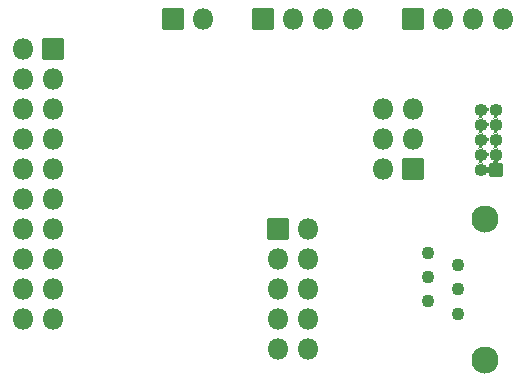
<source format=gbr>
G04 #@! TF.GenerationSoftware,KiCad,Pcbnew,(6.0.1)*
G04 #@! TF.CreationDate,2022-02-11T12:05:15+01:00*
G04 #@! TF.ProjectId,LINK,4c494e4b-2e6b-4696-9361-645f70636258,rev?*
G04 #@! TF.SameCoordinates,Original*
G04 #@! TF.FileFunction,Soldermask,Bot*
G04 #@! TF.FilePolarity,Negative*
%FSLAX46Y46*%
G04 Gerber Fmt 4.6, Leading zero omitted, Abs format (unit mm)*
G04 Created by KiCad (PCBNEW (6.0.1)) date 2022-02-11 12:05:15*
%MOMM*%
%LPD*%
G01*
G04 APERTURE LIST*
G04 Aperture macros list*
%AMRoundRect*
0 Rectangle with rounded corners*
0 $1 Rounding radius*
0 $2 $3 $4 $5 $6 $7 $8 $9 X,Y pos of 4 corners*
0 Add a 4 corners polygon primitive as box body*
4,1,4,$2,$3,$4,$5,$6,$7,$8,$9,$2,$3,0*
0 Add four circle primitives for the rounded corners*
1,1,$1+$1,$2,$3*
1,1,$1+$1,$4,$5*
1,1,$1+$1,$6,$7*
1,1,$1+$1,$8,$9*
0 Add four rect primitives between the rounded corners*
20,1,$1+$1,$2,$3,$4,$5,0*
20,1,$1+$1,$4,$5,$6,$7,0*
20,1,$1+$1,$6,$7,$8,$9,0*
20,1,$1+$1,$8,$9,$2,$3,0*%
G04 Aperture macros list end*
%ADD10C,2.300000*%
%ADD11C,1.102000*%
%ADD12RoundRect,0.051000X-0.850000X-0.850000X0.850000X-0.850000X0.850000X0.850000X-0.850000X0.850000X0*%
%ADD13O,1.802000X1.802000*%
%ADD14RoundRect,0.051000X0.850000X-0.850000X0.850000X0.850000X-0.850000X0.850000X-0.850000X-0.850000X0*%
%ADD15RoundRect,0.051000X0.500000X0.500000X-0.500000X0.500000X-0.500000X-0.500000X0.500000X-0.500000X0*%
%ADD16O,1.102000X1.102000*%
%ADD17RoundRect,0.051000X0.850000X0.850000X-0.850000X0.850000X-0.850000X-0.850000X0.850000X-0.850000X0*%
G04 APERTURE END LIST*
D10*
X163590000Y-82900000D03*
X163590000Y-94900000D03*
D11*
X158750000Y-85840000D03*
X161290000Y-86860000D03*
X158750000Y-87880000D03*
X161290000Y-88900000D03*
X158750000Y-89920000D03*
X161290000Y-90940000D03*
D12*
X127000000Y-68580000D03*
D13*
X124460000Y-68580000D03*
X127000000Y-71120000D03*
X124460000Y-71120000D03*
X127000000Y-73660000D03*
X124460000Y-73660000D03*
X127000000Y-76200000D03*
X124460000Y-76200000D03*
X127000000Y-78740000D03*
X124460000Y-78740000D03*
X127000000Y-81280000D03*
X124460000Y-81280000D03*
X127000000Y-83820000D03*
X124460000Y-83820000D03*
X127000000Y-86360000D03*
X124460000Y-86360000D03*
X127000000Y-88900000D03*
X124460000Y-88900000D03*
X127000000Y-91440000D03*
X124460000Y-91440000D03*
D14*
X144780000Y-66040000D03*
D13*
X147320000Y-66040000D03*
X149860000Y-66040000D03*
X152400000Y-66040000D03*
D15*
X164455000Y-78750000D03*
D16*
X163185000Y-78750000D03*
X164455000Y-77480000D03*
X163185000Y-77480000D03*
X164455000Y-76210000D03*
X163185000Y-76210000D03*
X164455000Y-74940000D03*
X163185000Y-74940000D03*
X164455000Y-73670000D03*
X163185000Y-73670000D03*
D14*
X157480000Y-66040000D03*
D13*
X160020000Y-66040000D03*
X162560000Y-66040000D03*
X165100000Y-66040000D03*
D17*
X157480000Y-78740000D03*
D13*
X154940000Y-78740000D03*
X157480000Y-76200000D03*
X154940000Y-76200000D03*
X157480000Y-73660000D03*
X154940000Y-73660000D03*
D12*
X146050000Y-83820000D03*
D13*
X148590000Y-83820000D03*
X146050000Y-86360000D03*
X148590000Y-86360000D03*
X146050000Y-88900000D03*
X148590000Y-88900000D03*
X146050000Y-91440000D03*
X148590000Y-91440000D03*
X146050000Y-93980000D03*
X148590000Y-93980000D03*
D14*
X137160000Y-66040000D03*
D13*
X139700000Y-66040000D03*
G36*
X163905212Y-78427842D02*
G01*
X163906000Y-78429433D01*
X163906000Y-79071633D01*
X163905000Y-79073365D01*
X163903000Y-79073365D01*
X163902081Y-79072196D01*
X163882405Y-79005184D01*
X163830062Y-78959829D01*
X163761509Y-78949972D01*
X163698462Y-78978765D01*
X163679514Y-79005331D01*
X163677694Y-79006161D01*
X163676719Y-79005794D01*
X163676329Y-79005514D01*
X163667444Y-79017878D01*
X163665621Y-79018701D01*
X163663997Y-79017534D01*
X163663972Y-79015946D01*
X163715276Y-78892087D01*
X163733983Y-78750000D01*
X163715276Y-78607913D01*
X163666217Y-78489473D01*
X163666478Y-78487490D01*
X163668326Y-78486725D01*
X163669713Y-78487575D01*
X163677472Y-78498864D01*
X163731422Y-78542765D01*
X163800249Y-78550496D01*
X163862328Y-78519790D01*
X163898038Y-78460253D01*
X163902016Y-78429179D01*
X163903228Y-78427588D01*
X163905212Y-78427842D01*
G37*
G36*
X163042913Y-78010276D02*
G01*
X163185000Y-78028983D01*
X163327087Y-78010276D01*
X163409489Y-77976144D01*
X163411472Y-77976405D01*
X163412237Y-77978253D01*
X163411153Y-77979779D01*
X163359595Y-78005710D01*
X163308777Y-78053204D01*
X163291776Y-78120345D01*
X163313772Y-78186015D01*
X163367960Y-78229513D01*
X163381969Y-78234131D01*
X163382279Y-78234262D01*
X163417005Y-78252648D01*
X163418068Y-78254343D01*
X163417132Y-78256110D01*
X163415304Y-78256264D01*
X163327087Y-78219724D01*
X163185000Y-78201017D01*
X163042913Y-78219724D01*
X162957563Y-78255077D01*
X162955580Y-78254816D01*
X162954815Y-78252968D01*
X162955881Y-78251452D01*
X163004002Y-78226615D01*
X163003818Y-78226258D01*
X163003912Y-78224260D01*
X163004599Y-78223606D01*
X163046886Y-78199323D01*
X163078767Y-78137836D01*
X163072345Y-78068878D01*
X163029590Y-78014249D01*
X162989165Y-77995275D01*
X162981989Y-77993393D01*
X162981542Y-77993216D01*
X162950144Y-77976168D01*
X162949099Y-77974462D01*
X162950053Y-77972705D01*
X162951863Y-77972562D01*
X163042913Y-78010276D01*
G37*
G36*
X164707304Y-77965705D02*
G01*
X164708069Y-77967553D01*
X164707452Y-77968753D01*
X164661733Y-78011482D01*
X164644732Y-78078623D01*
X164666728Y-78144293D01*
X164720814Y-78187709D01*
X164767948Y-78197038D01*
X164769453Y-78198355D01*
X164769065Y-78200317D01*
X164767560Y-78201000D01*
X164142562Y-78201000D01*
X164140830Y-78200000D01*
X164140830Y-78198000D01*
X164141999Y-78197081D01*
X164209011Y-78177405D01*
X164254366Y-78125062D01*
X164264223Y-78056509D01*
X164235405Y-77993407D01*
X164207194Y-77970729D01*
X164206471Y-77968864D01*
X164207724Y-77967305D01*
X164209212Y-77967322D01*
X164312913Y-78010276D01*
X164455000Y-78028983D01*
X164597087Y-78010276D01*
X164705321Y-77965444D01*
X164707304Y-77965705D01*
G37*
G36*
X163707126Y-77307952D02*
G01*
X163746629Y-77360254D01*
X163811626Y-77384179D01*
X163879236Y-77369167D01*
X163927969Y-77320016D01*
X163929898Y-77319490D01*
X163931319Y-77320898D01*
X163931237Y-77322189D01*
X163924724Y-77337913D01*
X163906017Y-77480000D01*
X163924724Y-77622087D01*
X163936686Y-77650967D01*
X163936425Y-77652950D01*
X163934577Y-77653715D01*
X163933230Y-77652921D01*
X163894662Y-77600731D01*
X163829921Y-77576125D01*
X163762156Y-77590428D01*
X163712713Y-77639262D01*
X163710980Y-77642906D01*
X163709333Y-77644041D01*
X163707527Y-77643182D01*
X163707326Y-77641282D01*
X163715276Y-77622087D01*
X163733983Y-77480000D01*
X163715276Y-77337913D01*
X163703682Y-77309922D01*
X163703943Y-77307939D01*
X163705791Y-77307174D01*
X163707126Y-77307952D01*
G37*
G36*
X163042913Y-76740276D02*
G01*
X163185000Y-76758983D01*
X163327087Y-76740276D01*
X163409489Y-76706144D01*
X163411472Y-76706405D01*
X163412237Y-76708253D01*
X163411153Y-76709779D01*
X163359595Y-76735710D01*
X163308777Y-76783204D01*
X163291776Y-76850345D01*
X163313772Y-76916015D01*
X163367960Y-76959513D01*
X163381969Y-76964131D01*
X163382279Y-76964262D01*
X163417005Y-76982648D01*
X163418068Y-76984343D01*
X163417132Y-76986110D01*
X163415304Y-76986264D01*
X163327087Y-76949724D01*
X163185000Y-76931017D01*
X163042913Y-76949724D01*
X162957563Y-76985077D01*
X162955580Y-76984816D01*
X162954815Y-76982968D01*
X162955881Y-76981452D01*
X163004002Y-76956615D01*
X163003818Y-76956258D01*
X163003912Y-76954260D01*
X163004599Y-76953606D01*
X163046886Y-76929323D01*
X163078767Y-76867836D01*
X163072345Y-76798878D01*
X163029590Y-76744249D01*
X162989165Y-76725275D01*
X162981989Y-76723393D01*
X162981542Y-76723216D01*
X162950144Y-76706168D01*
X162949099Y-76704462D01*
X162950053Y-76702705D01*
X162951863Y-76702562D01*
X163042913Y-76740276D01*
G37*
G36*
X164312913Y-76740276D02*
G01*
X164455000Y-76758983D01*
X164597087Y-76740276D01*
X164679489Y-76706144D01*
X164681472Y-76706405D01*
X164682237Y-76708253D01*
X164681153Y-76709779D01*
X164629595Y-76735710D01*
X164578777Y-76783204D01*
X164561776Y-76850345D01*
X164583772Y-76916015D01*
X164637960Y-76959513D01*
X164651969Y-76964131D01*
X164652279Y-76964262D01*
X164687005Y-76982648D01*
X164688068Y-76984343D01*
X164687132Y-76986110D01*
X164685304Y-76986264D01*
X164597087Y-76949724D01*
X164455000Y-76931017D01*
X164312913Y-76949724D01*
X164227563Y-76985077D01*
X164225580Y-76984816D01*
X164224815Y-76982968D01*
X164225881Y-76981452D01*
X164274002Y-76956615D01*
X164273818Y-76956258D01*
X164273912Y-76954260D01*
X164274599Y-76953606D01*
X164316886Y-76929323D01*
X164348767Y-76867836D01*
X164342345Y-76798878D01*
X164299590Y-76744249D01*
X164259165Y-76725275D01*
X164251989Y-76723393D01*
X164251542Y-76723216D01*
X164220144Y-76706168D01*
X164219099Y-76704462D01*
X164220053Y-76702705D01*
X164221863Y-76702562D01*
X164312913Y-76740276D01*
G37*
G36*
X163707126Y-76037952D02*
G01*
X163746629Y-76090254D01*
X163811626Y-76114179D01*
X163879236Y-76099167D01*
X163927969Y-76050016D01*
X163929898Y-76049490D01*
X163931319Y-76050898D01*
X163931237Y-76052189D01*
X163924724Y-76067913D01*
X163906017Y-76210000D01*
X163924724Y-76352087D01*
X163936686Y-76380967D01*
X163936425Y-76382950D01*
X163934577Y-76383715D01*
X163933230Y-76382921D01*
X163894662Y-76330731D01*
X163829921Y-76306125D01*
X163762156Y-76320428D01*
X163712713Y-76369262D01*
X163710980Y-76372906D01*
X163709333Y-76374041D01*
X163707527Y-76373182D01*
X163707326Y-76371282D01*
X163715276Y-76352087D01*
X163733983Y-76210000D01*
X163715276Y-76067913D01*
X163703682Y-76039922D01*
X163703943Y-76037939D01*
X163705791Y-76037174D01*
X163707126Y-76037952D01*
G37*
G36*
X164312913Y-75470276D02*
G01*
X164455000Y-75488983D01*
X164597087Y-75470276D01*
X164679489Y-75436144D01*
X164681472Y-75436405D01*
X164682237Y-75438253D01*
X164681153Y-75439779D01*
X164629595Y-75465710D01*
X164578777Y-75513204D01*
X164561776Y-75580345D01*
X164583772Y-75646015D01*
X164637960Y-75689513D01*
X164651969Y-75694131D01*
X164652279Y-75694262D01*
X164687005Y-75712648D01*
X164688068Y-75714343D01*
X164687132Y-75716110D01*
X164685304Y-75716264D01*
X164597087Y-75679724D01*
X164455000Y-75661017D01*
X164312913Y-75679724D01*
X164227563Y-75715077D01*
X164225580Y-75714816D01*
X164224815Y-75712968D01*
X164225881Y-75711452D01*
X164274002Y-75686615D01*
X164273818Y-75686258D01*
X164273912Y-75684260D01*
X164274599Y-75683606D01*
X164316886Y-75659323D01*
X164348767Y-75597836D01*
X164342345Y-75528878D01*
X164299590Y-75474249D01*
X164259165Y-75455275D01*
X164251989Y-75453393D01*
X164251542Y-75453216D01*
X164220144Y-75436168D01*
X164219099Y-75434462D01*
X164220053Y-75432705D01*
X164221863Y-75432562D01*
X164312913Y-75470276D01*
G37*
G36*
X163042913Y-75470276D02*
G01*
X163185000Y-75488983D01*
X163327087Y-75470276D01*
X163409489Y-75436144D01*
X163411472Y-75436405D01*
X163412237Y-75438253D01*
X163411153Y-75439779D01*
X163359595Y-75465710D01*
X163308777Y-75513204D01*
X163291776Y-75580345D01*
X163313772Y-75646015D01*
X163367960Y-75689513D01*
X163381969Y-75694131D01*
X163382279Y-75694262D01*
X163417005Y-75712648D01*
X163418068Y-75714343D01*
X163417132Y-75716110D01*
X163415304Y-75716264D01*
X163327087Y-75679724D01*
X163185000Y-75661017D01*
X163042913Y-75679724D01*
X162957563Y-75715077D01*
X162955580Y-75714816D01*
X162954815Y-75712968D01*
X162955881Y-75711452D01*
X163004002Y-75686615D01*
X163003818Y-75686258D01*
X163003912Y-75684260D01*
X163004599Y-75683606D01*
X163046886Y-75659323D01*
X163078767Y-75597836D01*
X163072345Y-75528878D01*
X163029590Y-75474249D01*
X162989165Y-75455275D01*
X162981989Y-75453393D01*
X162981542Y-75453216D01*
X162950144Y-75436168D01*
X162949099Y-75434462D01*
X162950053Y-75432705D01*
X162951863Y-75432562D01*
X163042913Y-75470276D01*
G37*
G36*
X163707126Y-74767952D02*
G01*
X163746629Y-74820254D01*
X163811626Y-74844179D01*
X163879236Y-74829167D01*
X163927969Y-74780016D01*
X163929898Y-74779490D01*
X163931319Y-74780898D01*
X163931237Y-74782189D01*
X163924724Y-74797913D01*
X163906017Y-74940000D01*
X163924724Y-75082087D01*
X163936686Y-75110967D01*
X163936425Y-75112950D01*
X163934577Y-75113715D01*
X163933230Y-75112921D01*
X163894662Y-75060731D01*
X163829921Y-75036125D01*
X163762156Y-75050428D01*
X163712713Y-75099262D01*
X163710980Y-75102906D01*
X163709333Y-75104041D01*
X163707527Y-75103182D01*
X163707326Y-75101282D01*
X163715276Y-75082087D01*
X163733983Y-74940000D01*
X163715276Y-74797913D01*
X163703682Y-74769922D01*
X163703943Y-74767939D01*
X163705791Y-74767174D01*
X163707126Y-74767952D01*
G37*
G36*
X163042913Y-74200276D02*
G01*
X163185000Y-74218983D01*
X163327087Y-74200276D01*
X163409489Y-74166144D01*
X163411472Y-74166405D01*
X163412237Y-74168253D01*
X163411153Y-74169779D01*
X163359595Y-74195710D01*
X163308777Y-74243204D01*
X163291776Y-74310345D01*
X163313772Y-74376015D01*
X163367960Y-74419513D01*
X163381969Y-74424131D01*
X163382279Y-74424262D01*
X163417005Y-74442648D01*
X163418068Y-74444343D01*
X163417132Y-74446110D01*
X163415304Y-74446264D01*
X163327087Y-74409724D01*
X163185000Y-74391017D01*
X163042913Y-74409724D01*
X162957563Y-74445077D01*
X162955580Y-74444816D01*
X162954815Y-74442968D01*
X162955881Y-74441452D01*
X163004002Y-74416615D01*
X163003818Y-74416258D01*
X163003912Y-74414260D01*
X163004599Y-74413606D01*
X163046886Y-74389323D01*
X163078767Y-74327836D01*
X163072345Y-74258878D01*
X163029590Y-74204249D01*
X162989165Y-74185275D01*
X162981989Y-74183393D01*
X162981542Y-74183216D01*
X162950144Y-74166168D01*
X162949099Y-74164462D01*
X162950053Y-74162705D01*
X162951863Y-74162562D01*
X163042913Y-74200276D01*
G37*
G36*
X164312913Y-74200276D02*
G01*
X164455000Y-74218983D01*
X164597087Y-74200276D01*
X164679489Y-74166144D01*
X164681472Y-74166405D01*
X164682237Y-74168253D01*
X164681153Y-74169779D01*
X164629595Y-74195710D01*
X164578777Y-74243204D01*
X164561776Y-74310345D01*
X164583772Y-74376015D01*
X164637960Y-74419513D01*
X164651969Y-74424131D01*
X164652279Y-74424262D01*
X164687005Y-74442648D01*
X164688068Y-74444343D01*
X164687132Y-74446110D01*
X164685304Y-74446264D01*
X164597087Y-74409724D01*
X164455000Y-74391017D01*
X164312913Y-74409724D01*
X164227563Y-74445077D01*
X164225580Y-74444816D01*
X164224815Y-74442968D01*
X164225881Y-74441452D01*
X164274002Y-74416615D01*
X164273818Y-74416258D01*
X164273912Y-74414260D01*
X164274599Y-74413606D01*
X164316886Y-74389323D01*
X164348767Y-74327836D01*
X164342345Y-74258878D01*
X164299590Y-74204249D01*
X164259165Y-74185275D01*
X164251989Y-74183393D01*
X164251542Y-74183216D01*
X164220144Y-74166168D01*
X164219099Y-74164462D01*
X164220053Y-74162705D01*
X164221863Y-74162562D01*
X164312913Y-74200276D01*
G37*
G36*
X163707126Y-73497952D02*
G01*
X163746629Y-73550254D01*
X163811626Y-73574179D01*
X163879236Y-73559167D01*
X163927969Y-73510016D01*
X163929898Y-73509490D01*
X163931319Y-73510898D01*
X163931237Y-73512189D01*
X163924724Y-73527913D01*
X163906017Y-73670000D01*
X163924724Y-73812087D01*
X163936686Y-73840967D01*
X163936425Y-73842950D01*
X163934577Y-73843715D01*
X163933230Y-73842921D01*
X163894662Y-73790731D01*
X163829921Y-73766125D01*
X163762156Y-73780428D01*
X163712713Y-73829262D01*
X163710980Y-73832906D01*
X163709333Y-73834041D01*
X163707527Y-73833182D01*
X163707326Y-73831282D01*
X163715276Y-73812087D01*
X163733983Y-73670000D01*
X163715276Y-73527913D01*
X163703682Y-73499922D01*
X163703943Y-73497939D01*
X163705791Y-73497174D01*
X163707126Y-73497952D01*
G37*
M02*

</source>
